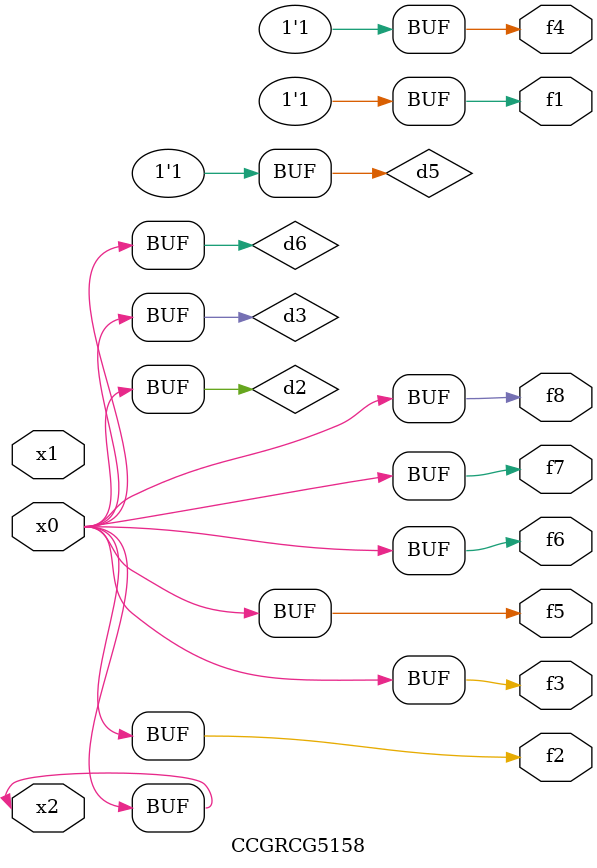
<source format=v>
module CCGRCG5158(
	input x0, x1, x2,
	output f1, f2, f3, f4, f5, f6, f7, f8
);

	wire d1, d2, d3, d4, d5, d6;

	xnor (d1, x2);
	buf (d2, x0, x2);
	and (d3, x0);
	xnor (d4, x1, x2);
	nand (d5, d1, d3);
	buf (d6, d2, d3);
	assign f1 = d5;
	assign f2 = d6;
	assign f3 = d6;
	assign f4 = d5;
	assign f5 = d6;
	assign f6 = d6;
	assign f7 = d6;
	assign f8 = d6;
endmodule

</source>
